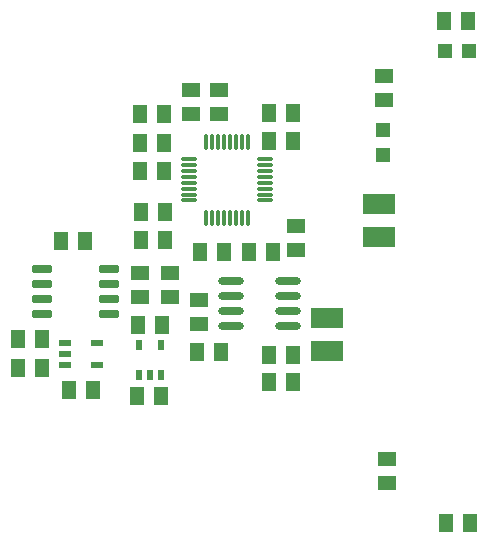
<source format=gtp>
G04*
G04 #@! TF.GenerationSoftware,Altium Limited,Altium Designer,18.1.9 (240)*
G04*
G04 Layer_Color=8421504*
%FSLAX25Y25*%
%MOIN*%
G70*
G01*
G75*
%ADD16R,0.04500X0.06000*%
%ADD17O,0.05512X0.01181*%
%ADD18O,0.01181X0.05512*%
%ADD19O,0.08661X0.02362*%
%ADD20R,0.06000X0.04500*%
%ADD21R,0.05118X0.04724*%
%ADD22R,0.11000X0.06500*%
%ADD23R,0.04724X0.05118*%
%ADD24R,0.03937X0.02362*%
G04:AMPARAMS|DCode=25|XSize=25.59mil|YSize=64.96mil|CornerRadius=1.92mil|HoleSize=0mil|Usage=FLASHONLY|Rotation=90.000|XOffset=0mil|YOffset=0mil|HoleType=Round|Shape=RoundedRectangle|*
%AMROUNDEDRECTD25*
21,1,0.02559,0.06112,0,0,90.0*
21,1,0.02175,0.06496,0,0,90.0*
1,1,0.00384,0.03056,0.01088*
1,1,0.00384,0.03056,-0.01088*
1,1,0.00384,-0.03056,-0.01088*
1,1,0.00384,-0.03056,0.01088*
%
%ADD25ROUNDEDRECTD25*%
G04:AMPARAMS|DCode=26|XSize=21.65mil|YSize=31.5mil|CornerRadius=1.95mil|HoleSize=0mil|Usage=FLASHONLY|Rotation=180.000|XOffset=0mil|YOffset=0mil|HoleType=Round|Shape=RoundedRectangle|*
%AMROUNDEDRECTD26*
21,1,0.02165,0.02760,0,0,180.0*
21,1,0.01776,0.03150,0,0,180.0*
1,1,0.00390,-0.00888,0.01380*
1,1,0.00390,0.00888,0.01380*
1,1,0.00390,0.00888,-0.01380*
1,1,0.00390,-0.00888,-0.01380*
%
%ADD26ROUNDEDRECTD26*%
D16*
X515000Y444400D02*
D03*
X507000D02*
D03*
X515000Y435100D02*
D03*
X507000D02*
D03*
X472300Y425047D02*
D03*
X464300D02*
D03*
Y434500D02*
D03*
X472300D02*
D03*
X472200Y443900D02*
D03*
X464200D02*
D03*
X464600Y411400D02*
D03*
X472600D02*
D03*
X492100Y398100D02*
D03*
X484100D02*
D03*
X515300Y363800D02*
D03*
X507300D02*
D03*
Y354700D02*
D03*
X515300D02*
D03*
X573500Y474900D02*
D03*
X565500D02*
D03*
X574200Y307700D02*
D03*
X566200D02*
D03*
X500600Y398100D02*
D03*
X508600D02*
D03*
X464500Y402100D02*
D03*
X472500D02*
D03*
X445900Y401800D02*
D03*
X437900D02*
D03*
X491300Y364700D02*
D03*
X483300D02*
D03*
X463000Y350100D02*
D03*
X471000D02*
D03*
X471600Y373700D02*
D03*
X463600D02*
D03*
X423598Y368900D02*
D03*
X431598D02*
D03*
Y359400D02*
D03*
X423598D02*
D03*
X448512Y351983D02*
D03*
X440512D02*
D03*
D17*
X505698Y428990D02*
D03*
Y427021D02*
D03*
Y423084D02*
D03*
Y421116D02*
D03*
Y425053D02*
D03*
Y417179D02*
D03*
Y415210D02*
D03*
Y419147D02*
D03*
X480502Y428990D02*
D03*
Y427021D02*
D03*
Y423084D02*
D03*
Y421116D02*
D03*
Y425053D02*
D03*
Y417179D02*
D03*
Y415210D02*
D03*
Y419147D02*
D03*
D18*
X498021Y434698D02*
D03*
X499990D02*
D03*
X494084D02*
D03*
X496053D02*
D03*
X490147D02*
D03*
X492116D02*
D03*
Y409502D02*
D03*
X494084D02*
D03*
X490147D02*
D03*
X498021D02*
D03*
X499990D02*
D03*
X496053D02*
D03*
X486210Y434698D02*
D03*
X488179D02*
D03*
X486210Y409502D02*
D03*
X488179D02*
D03*
D19*
X513449Y388400D02*
D03*
Y378400D02*
D03*
Y383400D02*
D03*
Y373400D02*
D03*
X494551Y388400D02*
D03*
Y383400D02*
D03*
Y378400D02*
D03*
Y373400D02*
D03*
D20*
X483700Y382000D02*
D03*
Y374000D02*
D03*
X545400Y456649D02*
D03*
Y448649D02*
D03*
X464000Y390900D02*
D03*
Y382900D02*
D03*
X474100Y390900D02*
D03*
Y382900D02*
D03*
X546600Y328900D02*
D03*
Y320900D02*
D03*
X516200Y398600D02*
D03*
Y406600D02*
D03*
X481100Y444000D02*
D03*
Y452000D02*
D03*
X490600Y444100D02*
D03*
Y452100D02*
D03*
D21*
X545200Y430366D02*
D03*
Y438634D02*
D03*
D22*
X526400Y375900D02*
D03*
Y364900D02*
D03*
X543900Y413900D02*
D03*
Y402900D02*
D03*
D23*
X573934Y465200D02*
D03*
X565666D02*
D03*
D24*
X449925Y367723D02*
D03*
Y360243D02*
D03*
X439098Y363983D02*
D03*
Y367723D02*
D03*
Y360243D02*
D03*
D25*
X453822Y377500D02*
D03*
Y382500D02*
D03*
Y387500D02*
D03*
Y392500D02*
D03*
X431578Y377500D02*
D03*
Y382500D02*
D03*
Y387500D02*
D03*
Y392500D02*
D03*
D26*
X463760Y356880D02*
D03*
X467500D02*
D03*
X471240D02*
D03*
Y366920D02*
D03*
X463760D02*
D03*
M02*

</source>
